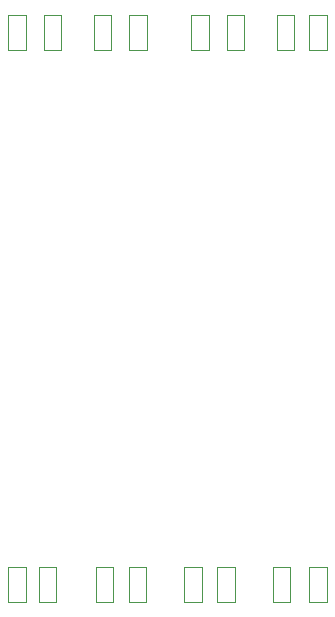
<source format=gbr>
%TF.GenerationSoftware,KiCad,Pcbnew,9.0.0*%
%TF.CreationDate,2025-04-13T20:44:06+03:30*%
%TF.ProjectId,DotMatrix,446f744d-6174-4726-9978-2e6b69636164,rev?*%
%TF.SameCoordinates,Original*%
%TF.FileFunction,Other,User*%
%FSLAX46Y46*%
G04 Gerber Fmt 4.6, Leading zero omitted, Abs format (unit mm)*
G04 Created by KiCad (PCBNEW 9.0.0) date 2025-04-13 20:44:06*
%MOMM*%
%LPD*%
G01*
G04 APERTURE LIST*
%ADD10C,0.050000*%
G04 APERTURE END LIST*
D10*
%TO.C,R4*%
X128770000Y-117220000D02*
X130230000Y-117220000D01*
X128770000Y-120180000D02*
X128770000Y-117220000D01*
X130230000Y-117220000D02*
X130230000Y-120180000D01*
X130230000Y-120180000D02*
X128770000Y-120180000D01*
%TO.C,R14*%
X147270000Y-70520000D02*
X148730000Y-70520000D01*
X147270000Y-73480000D02*
X147270000Y-70520000D01*
X148730000Y-70520000D02*
X148730000Y-73480000D01*
X148730000Y-73480000D02*
X147270000Y-73480000D01*
%TO.C,R8*%
X128770000Y-70520000D02*
X130230000Y-70520000D01*
X128770000Y-73480000D02*
X128770000Y-70520000D01*
X130230000Y-70520000D02*
X130230000Y-73480000D01*
X130230000Y-73480000D02*
X128770000Y-73480000D01*
%TO.C,R2*%
X143670000Y-117220000D02*
X145130000Y-117220000D01*
X143670000Y-120180000D02*
X143670000Y-117220000D01*
X145130000Y-117220000D02*
X145130000Y-120180000D01*
X145130000Y-120180000D02*
X143670000Y-120180000D01*
%TO.C,R1*%
X151170000Y-117220000D02*
X152630000Y-117220000D01*
X151170000Y-120180000D02*
X151170000Y-117220000D01*
X152630000Y-117220000D02*
X152630000Y-120180000D01*
X152630000Y-120180000D02*
X151170000Y-120180000D01*
%TO.C,R7*%
X136020000Y-70520000D02*
X137480000Y-70520000D01*
X136020000Y-73480000D02*
X136020000Y-70520000D01*
X137480000Y-70520000D02*
X137480000Y-73480000D01*
X137480000Y-73480000D02*
X136020000Y-73480000D01*
%TO.C,R3*%
X136170000Y-117220000D02*
X137630000Y-117220000D01*
X136170000Y-120180000D02*
X136170000Y-117220000D01*
X137630000Y-117220000D02*
X137630000Y-120180000D01*
X137630000Y-120180000D02*
X136170000Y-120180000D01*
%TO.C,R6*%
X144270000Y-70520000D02*
X145730000Y-70520000D01*
X144270000Y-73480000D02*
X144270000Y-70520000D01*
X145730000Y-70520000D02*
X145730000Y-73480000D01*
X145730000Y-73480000D02*
X144270000Y-73480000D01*
%TO.C,R16*%
X131770000Y-70520000D02*
X133230000Y-70520000D01*
X131770000Y-73480000D02*
X131770000Y-70520000D01*
X133230000Y-70520000D02*
X133230000Y-73480000D01*
X133230000Y-73480000D02*
X131770000Y-73480000D01*
%TO.C,R5*%
X151520000Y-70520000D02*
X152980000Y-70520000D01*
X151520000Y-73480000D02*
X151520000Y-70520000D01*
X152980000Y-70520000D02*
X152980000Y-73480000D01*
X152980000Y-73480000D02*
X151520000Y-73480000D01*
%TO.C,R15*%
X139020000Y-70520000D02*
X140480000Y-70520000D01*
X139020000Y-73480000D02*
X139020000Y-70520000D01*
X140480000Y-70520000D02*
X140480000Y-73480000D01*
X140480000Y-73480000D02*
X139020000Y-73480000D01*
%TO.C,R11*%
X138970000Y-117220000D02*
X140430000Y-117220000D01*
X138970000Y-120180000D02*
X138970000Y-117220000D01*
X140430000Y-117220000D02*
X140430000Y-120180000D01*
X140430000Y-120180000D02*
X138970000Y-120180000D01*
%TO.C,R12*%
X131370000Y-117220000D02*
X132830000Y-117220000D01*
X131370000Y-120180000D02*
X131370000Y-117220000D01*
X132830000Y-117220000D02*
X132830000Y-120180000D01*
X132830000Y-120180000D02*
X131370000Y-120180000D01*
%TO.C,R13*%
X154270000Y-70445000D02*
X155730000Y-70445000D01*
X154270000Y-73405000D02*
X154270000Y-70445000D01*
X155730000Y-70445000D02*
X155730000Y-73405000D01*
X155730000Y-73405000D02*
X154270000Y-73405000D01*
%TO.C,R9*%
X154270000Y-117220000D02*
X155730000Y-117220000D01*
X154270000Y-120180000D02*
X154270000Y-117220000D01*
X155730000Y-117220000D02*
X155730000Y-120180000D01*
X155730000Y-120180000D02*
X154270000Y-120180000D01*
%TO.C,R10*%
X146470000Y-117220000D02*
X147930000Y-117220000D01*
X146470000Y-120180000D02*
X146470000Y-117220000D01*
X147930000Y-117220000D02*
X147930000Y-120180000D01*
X147930000Y-120180000D02*
X146470000Y-120180000D01*
%TD*%
M02*

</source>
